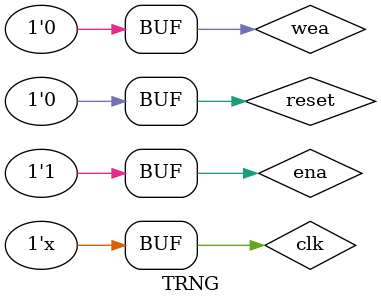
<source format=v>
`timescale 1ns / 1ps


module TRNG;
wire [7:0] data,din;
reg ena,wea;
reg clk;
reg reset; //i/p--wire
reg [7:0] memory[0:7]; //declare an 8-byte memory
reg [2:0] address;
integer file1;



always 
#5 clk = ~clk;

initial begin
clk=0;
address=3'b000;

end

initial begin

reset=1;
#10;
reset=0;
end

blk_mem_gen_0 Noise_sampler_Block (
  .clka(clk),    // input wire clka
  .ena(ena),      // input wire ena
  .wea(wea),      // input wire [0 : 0] wea
  .addra(address),  // input wire [2 : 0] addra
  .dina(din),    // input wire [7 : 0] dina
  .douta(data)  // output wire [7 : 0] douta
);

initial
begin
ena=1;
wea=0; //read only
address=3'b000;

end


always @(posedge clk)
//display contents of initialized memory
begin

if(reset)
 address=3'b000;
else
	begin
	//data=memory[address];
	//$display("Memory [%0d] = %b", address, data);
	address=address+3'b001;
	end

end
//$fdisplay(file1,"Memory [%0d] = %b", address,data);
//$fclose(file1);
endmodule
</source>
